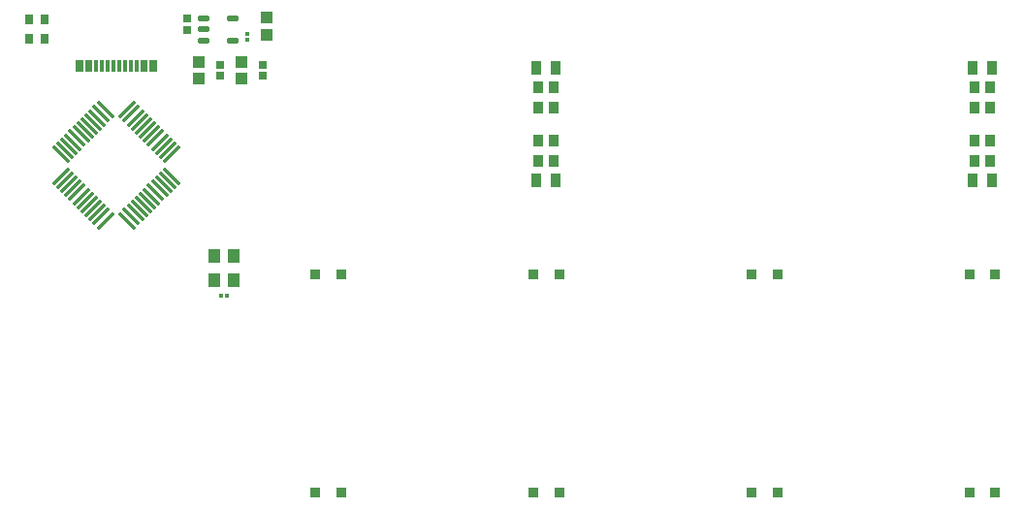
<source format=gtp>
G04*
G04 #@! TF.GenerationSoftware,Altium Limited,CircuitMaker,2.3.0 (2.3.0.3)*
G04*
G04 Layer_Color=7318015*
%FSLAX25Y25*%
%MOIN*%
G70*
G04*
G04 #@! TF.SameCoordinates,7A92FE71-458D-4544-954B-740947ED0FFD*
G04*
G04*
G04 #@! TF.FilePolarity,Positive*
G04*
G01*
G75*
%ADD18R,0.04331X0.05118*%
%ADD19R,0.01417X0.01260*%
%ADD20R,0.03268X0.03268*%
%ADD21R,0.03937X0.04134*%
%ADD22R,0.01260X0.01417*%
%ADD23O,0.04331X0.02165*%
%ADD24R,0.02756X0.02559*%
%ADD25R,0.03150X0.03740*%
G04:AMPARAMS|DCode=26|XSize=10.63mil|YSize=82.68mil|CornerRadius=0mil|HoleSize=0mil|Usage=FLASHONLY|Rotation=135.000|XOffset=0mil|YOffset=0mil|HoleType=Round|Shape=Round|*
%AMOVALD26*
21,1,0.07205,0.01063,0.00000,0.00000,225.0*
1,1,0.01063,0.02547,0.02547*
1,1,0.01063,-0.02547,-0.02547*
%
%ADD26OVALD26*%

G04:AMPARAMS|DCode=27|XSize=10.63mil|YSize=82.68mil|CornerRadius=0mil|HoleSize=0mil|Usage=FLASHONLY|Rotation=225.000|XOffset=0mil|YOffset=0mil|HoleType=Round|Shape=Round|*
%AMOVALD27*
21,1,0.07205,0.01063,0.00000,0.00000,315.0*
1,1,0.01063,-0.02547,0.02547*
1,1,0.01063,0.02547,-0.02547*
%
%ADD27OVALD27*%

G04:AMPARAMS|DCode=28|XSize=10.63mil|YSize=82.68mil|CornerRadius=0mil|HoleSize=0mil|Usage=FLASHONLY|Rotation=225.000|XOffset=0mil|YOffset=0mil|HoleType=Round|Shape=Round|*
%AMOVALD28*
21,1,0.07205,0.01063,0.00000,0.00000,315.0*
1,1,0.01063,-0.02547,0.02547*
1,1,0.01063,0.02547,-0.02547*
%
%ADD28OVALD28*%

%ADD29R,0.01181X0.03937*%
%ADD30R,0.03543X0.03937*%
%ADD31R,0.03543X0.05118*%
%ADD32R,0.04331X0.03937*%
D18*
X169252Y251366D02*
D03*
Y259634D02*
D03*
X175748D02*
D03*
Y251366D02*
D03*
D19*
X173602Y246000D02*
D03*
X171398D02*
D03*
D20*
X278878Y253346D02*
D03*
X287657D02*
D03*
X353878D02*
D03*
X362657D02*
D03*
X428681D02*
D03*
X437461D02*
D03*
X203878Y178347D02*
D03*
X212657D02*
D03*
X278878D02*
D03*
X287657D02*
D03*
X353878D02*
D03*
X362657D02*
D03*
X428681D02*
D03*
X437461D02*
D03*
X212657Y253346D02*
D03*
X203878D02*
D03*
D21*
X187000Y335547D02*
D03*
Y341453D02*
D03*
D22*
X180315Y335945D02*
D03*
Y333740D02*
D03*
D23*
X165551Y341142D02*
D03*
Y337402D02*
D03*
Y333661D02*
D03*
X175394Y341142D02*
D03*
Y333661D02*
D03*
D24*
X159646Y341043D02*
D03*
Y337303D02*
D03*
X171260Y325295D02*
D03*
Y321555D02*
D03*
X185827Y325295D02*
D03*
Y321555D02*
D03*
D25*
X105413Y334252D02*
D03*
X110728D02*
D03*
X105413Y340945D02*
D03*
X110728D02*
D03*
D26*
X131675Y271678D02*
D03*
X130283Y273070D02*
D03*
X128891Y274462D02*
D03*
X127499Y275854D02*
D03*
X126107Y277246D02*
D03*
X124715Y278638D02*
D03*
X123323Y280030D02*
D03*
X121931Y281422D02*
D03*
X120539Y282814D02*
D03*
X119147Y284206D02*
D03*
X117755Y285598D02*
D03*
X116364Y286990D02*
D03*
X139191Y309818D02*
D03*
X140583Y308426D02*
D03*
X141975Y307034D02*
D03*
X143367Y305642D02*
D03*
X144759Y304250D02*
D03*
X146151Y302858D02*
D03*
X147543Y301466D02*
D03*
X148935Y300074D02*
D03*
X150327Y298682D02*
D03*
X151719Y297290D02*
D03*
X153111Y295898D02*
D03*
X154503Y294506D02*
D03*
D27*
X116364D02*
D03*
D28*
X117755Y295898D02*
D03*
X119147Y297290D02*
D03*
X120539Y298682D02*
D03*
X121931Y300074D02*
D03*
X123323Y301466D02*
D03*
X124715Y302858D02*
D03*
X126107Y304250D02*
D03*
X127499Y305642D02*
D03*
X128891Y307034D02*
D03*
X130283Y308426D02*
D03*
X131675Y309818D02*
D03*
X154503Y286990D02*
D03*
X153111Y285598D02*
D03*
X151719Y284206D02*
D03*
X150327Y282814D02*
D03*
X148935Y281422D02*
D03*
X147543Y280030D02*
D03*
X146151Y278638D02*
D03*
X144759Y277246D02*
D03*
X143367Y275854D02*
D03*
X141975Y274462D02*
D03*
X140583Y273070D02*
D03*
X139191Y271678D02*
D03*
D29*
X148622Y325000D02*
D03*
X147441D02*
D03*
X145472D02*
D03*
X144291D02*
D03*
X136417D02*
D03*
X134449D02*
D03*
X138386D02*
D03*
X140354D02*
D03*
X142323D02*
D03*
X122244D02*
D03*
X123425D02*
D03*
X125394D02*
D03*
X126575D02*
D03*
X132480D02*
D03*
X130512D02*
D03*
X128543D02*
D03*
D30*
X435630Y310630D02*
D03*
X430512D02*
D03*
X435630Y317520D02*
D03*
X430512D02*
D03*
X435630Y299213D02*
D03*
X430512D02*
D03*
X430512Y292323D02*
D03*
X435630D02*
D03*
X285630Y310630D02*
D03*
X280512D02*
D03*
X285630Y317520D02*
D03*
X280512D02*
D03*
X285630Y299213D02*
D03*
X280512D02*
D03*
Y292323D02*
D03*
X285630D02*
D03*
D31*
X436511Y324213D02*
D03*
X429631D02*
D03*
X436511Y285630D02*
D03*
X429631D02*
D03*
X286511Y324213D02*
D03*
X279631D02*
D03*
X286511Y285630D02*
D03*
X279631D02*
D03*
D32*
X163779Y320571D02*
D03*
Y326279D02*
D03*
X178543Y320571D02*
D03*
Y326279D02*
D03*
M02*

</source>
